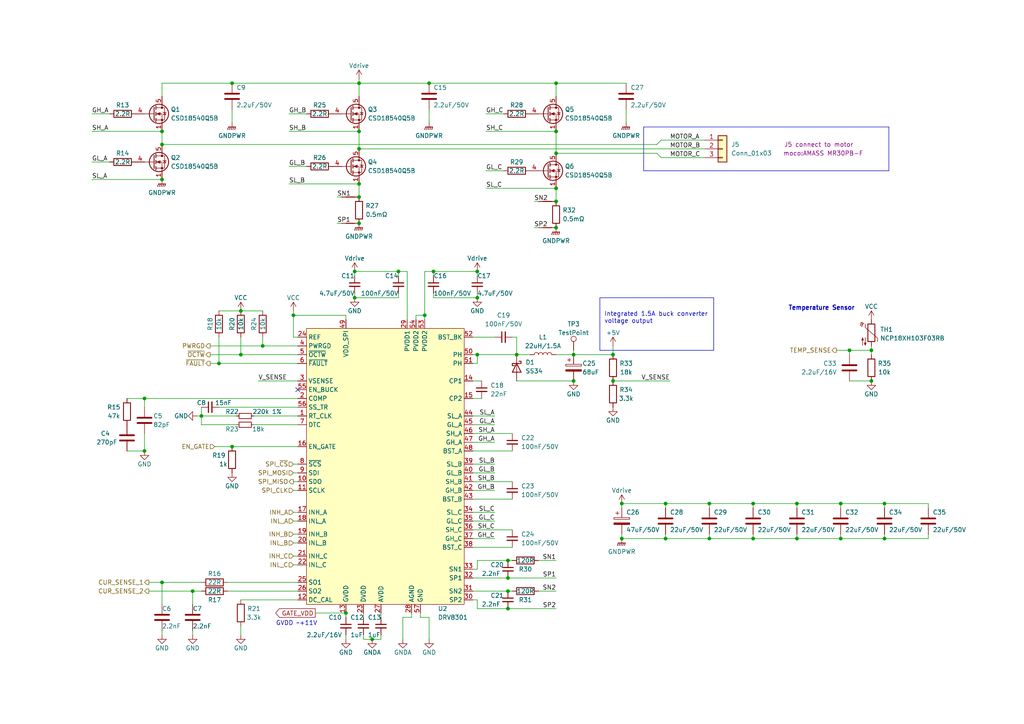
<source format=kicad_sch>
(kicad_sch (version 20230121) (generator eeschema)
  (paper "A4")
  (title_block (title "MoCo") (rev "1.0"))
  (junction (at 218.44 156.21))
  (junction (at 161.29 38.1))
  (junction (at 58.42 120.65))
  (junction (at 138.43 102.87))
  (junction (at 100.33 177.8))
  (junction (at 149.86 102.87))
  (junction (at 231.14 156.21))
  (junction (at 252.73 110.49))
  (junction (at 115.57 78.74))
  (junction (at 177.8 110.49))
  (junction (at 55.88 171.45))
  (junction (at 102.87 86.36))
  (junction (at 46.99 41.91))
  (junction (at 104.14 57.15))
  (junction (at 67.31 24.13))
  (junction (at 46.99 38.1))
  (junction (at 41.91 115.57))
  (junction (at 161.29 58.42))
  (junction (at 123.19 91.44))
  (junction (at 76.2 100.33))
  (junction (at 104.14 64.77))
  (junction (at 104.14 43.18))
  (junction (at 147.32 167.64))
  (junction (at 256.54 156.21))
  (junction (at 124.46 24.13))
  (junction (at 166.37 102.87))
  (junction (at 193.04 156.21))
  (junction (at 125.73 78.74))
  (junction (at 138.43 78.74))
  (junction (at 161.29 24.13))
  (junction (at 161.29 44.45))
  (junction (at 41.91 130.81))
  (junction (at 177.8 102.87))
  (junction (at 147.32 171.45))
  (junction (at 46.99 168.91))
  (junction (at 85.09 91.44))
  (junction (at 166.37 110.49))
  (junction (at 161.29 66.04))
  (junction (at 102.87 78.74))
  (junction (at 161.29 54.61))
  (junction (at 104.14 38.1))
  (junction (at 243.84 146.05))
  (junction (at 138.43 86.36))
  (junction (at 69.85 102.87))
  (junction (at 231.14 146.05))
  (junction (at 218.44 146.05))
  (junction (at 69.85 90.17))
  (junction (at 147.32 176.53))
  (junction (at 67.31 129.54))
  (junction (at 107.95 185.42))
  (junction (at 104.14 53.34))
  (junction (at 243.84 156.21))
  (junction (at 63.5 105.41))
  (junction (at 205.74 146.05))
  (junction (at 180.34 146.05))
  (junction (at 104.14 24.13))
  (junction (at 252.73 101.6))
  (junction (at 46.99 52.07))
  (junction (at 193.04 146.05))
  (junction (at 205.74 156.21))
  (junction (at 246.38 101.6))
  (junction (at 180.34 156.21))
  (junction (at 147.32 162.56))
  (junction (at 256.54 146.05))
  (no_connect (at 86.36 113.03))
  (wire (pts (xy 85.09 161.29) (xy 86.36 161.29)))
  (wire (pts (xy 46.99 38.1) (xy 46.99 41.91)))
  (wire (pts (xy 105.41 185.42) (xy 107.95 185.42)))
  (wire (pts (xy 149.86 97.79) (xy 149.86 102.87)))
  (wire (pts (xy 69.85 173.99) (xy 86.36 173.99)))
  (wire (pts (xy 63.5 97.79) (xy 63.5 105.41)))
  (wire (pts (xy 58.42 118.11) (xy 58.42 120.65)))
  (wire (pts (xy 246.38 101.6) (xy 246.38 102.87)))
  (wire (pts (xy 85.09 91.44) (xy 100.33 91.44)))
  (wire (pts (xy 116.84 179.07) (xy 116.84 185.42)))
  (wire (pts (xy 243.84 146.05) (xy 243.84 147.32)))
  (wire (pts (xy 124.46 179.07) (xy 124.46 185.42)))
  (wire (pts (xy 124.46 24.13) (xy 161.29 24.13)))
  (wire (pts (xy 137.16 105.41) (xy 138.43 105.41)))
  (wire (pts (xy 73.66 120.65) (xy 86.36 120.65)))
  (wire (pts (xy 43.18 171.45) (xy 55.88 171.45)))
  (wire (pts (xy 231.14 154.94) (xy 231.14 156.21)))
  (wire (pts (xy 138.43 165.1) (xy 138.43 162.56)))
  (wire (pts (xy 137.16 167.64) (xy 147.32 167.64)))
  (wire (pts (xy 102.87 80.01) (xy 102.87 78.74)))
  (wire (pts (xy 123.19 91.44) (xy 123.19 92.71)))
  (wire (pts (xy 85.09 148.59) (xy 86.36 148.59)))
  (wire (pts (xy 85.09 139.7) (xy 86.36 139.7)))
  (wire (pts (xy 55.88 184.15) (xy 55.88 182.88)))
  (wire (pts (xy 256.54 146.05) (xy 256.54 147.32)))
  (polyline (pts (xy 207.01 101.6) (xy 173.99 101.6)))
  (wire (pts (xy 143.51 137.16) (xy 137.16 137.16)))
  (wire (pts (xy 269.24 156.21) (xy 269.24 154.94)))
  (wire (pts (xy 218.44 156.21) (xy 218.44 154.94)))
  (wire (pts (xy 85.09 91.44) (xy 85.09 97.79)))
  (wire (pts (xy 76.2 97.79) (xy 76.2 100.33)))
  (wire (pts (xy 137.16 173.99) (xy 138.43 173.99)))
  (wire (pts (xy 231.14 156.21) (xy 218.44 156.21)))
  (wire (pts (xy 115.57 86.36) (xy 115.57 85.09)))
  (wire (pts (xy 85.09 163.83) (xy 86.36 163.83)))
  (wire (pts (xy 118.11 78.74) (xy 115.57 78.74)))
  (wire (pts (xy 46.99 41.91) (xy 190.5 41.91)))
  (wire (pts (xy 147.32 162.56) (xy 148.59 162.56)))
  (wire (pts (xy 256.54 146.05) (xy 269.24 146.05)))
  (wire (pts (xy 252.73 101.6) (xy 252.73 100.33)))
  (wire (pts (xy 41.91 130.81) (xy 41.91 125.73)))
  (wire (pts (xy 83.82 33.02) (xy 88.9 33.02)))
  (wire (pts (xy 115.57 86.36) (xy 102.87 86.36)))
  (wire (pts (xy 104.14 38.1) (xy 104.14 43.18)))
  (wire (pts (xy 143.51 123.19) (xy 137.16 123.19)))
  (wire (pts (xy 231.14 146.05) (xy 243.84 146.05)))
  (wire (pts (xy 125.73 86.36) (xy 138.43 86.36)))
  (wire (pts (xy 149.86 102.87) (xy 153.67 102.87)))
  (wire (pts (xy 41.91 115.57) (xy 86.36 115.57)))
  (wire (pts (xy 120.65 91.44) (xy 123.19 91.44)))
  (wire (pts (xy 140.97 38.1) (xy 161.29 38.1)))
  (polyline (pts (xy 257.81 49.53) (xy 257.81 36.83)))
  (wire (pts (xy 246.38 101.6) (xy 252.73 101.6)))
  (polyline (pts (xy 173.99 86.36) (xy 173.99 101.6)))
  (wire (pts (xy 193.04 156.21) (xy 205.74 156.21)))
  (wire (pts (xy 104.14 24.13) (xy 124.46 24.13)))
  (wire (pts (xy 123.19 78.74) (xy 125.73 78.74)))
  (wire (pts (xy 121.92 179.07) (xy 124.46 179.07)))
  (wire (pts (xy 125.73 86.36) (xy 125.73 85.09)))
  (wire (pts (xy 69.85 90.17) (xy 76.2 90.17)))
  (wire (pts (xy 177.8 100.33) (xy 177.8 102.87)))
  (wire (pts (xy 205.74 156.21) (xy 218.44 156.21)))
  (wire (pts (xy 137.16 102.87) (xy 138.43 102.87)))
  (wire (pts (xy 161.29 24.13) (xy 181.61 24.13)))
  (wire (pts (xy 66.04 168.91) (xy 86.36 168.91)))
  (wire (pts (xy 181.61 35.56) (xy 181.61 31.75)))
  (wire (pts (xy 137.16 97.79) (xy 143.51 97.79)))
  (wire (pts (xy 63.5 105.41) (xy 86.36 105.41)))
  (wire (pts (xy 190.5 44.45) (xy 191.77 45.72)))
  (wire (pts (xy 104.14 53.34) (xy 104.14 57.15)))
  (wire (pts (xy 205.74 146.05) (xy 205.74 147.32)))
  (wire (pts (xy 105.41 185.42) (xy 105.41 184.15)))
  (wire (pts (xy 243.84 156.21) (xy 231.14 156.21)))
  (wire (pts (xy 161.29 102.87) (xy 166.37 102.87)))
  (wire (pts (xy 100.33 185.42) (xy 100.33 184.15)))
  (wire (pts (xy 138.43 176.53) (xy 147.32 176.53)))
  (wire (pts (xy 180.34 146.05) (xy 193.04 146.05)))
  (wire (pts (xy 85.09 90.17) (xy 85.09 91.44)))
  (wire (pts (xy 97.79 57.15) (xy 99.06 57.15)))
  (wire (pts (xy 67.31 129.54) (xy 86.36 129.54)))
  (wire (pts (xy 102.87 85.09) (xy 102.87 86.36)))
  (wire (pts (xy 26.67 46.99) (xy 31.75 46.99)))
  (wire (pts (xy 67.31 35.56) (xy 67.31 31.75)))
  (wire (pts (xy 191.77 45.72) (xy 204.47 45.72)))
  (wire (pts (xy 97.79 64.77) (xy 99.06 64.77)))
  (wire (pts (xy 137.16 153.67) (xy 148.59 153.67)))
  (wire (pts (xy 161.29 44.45) (xy 190.5 44.45)))
  (wire (pts (xy 46.99 168.91) (xy 58.42 168.91)))
  (wire (pts (xy 105.41 179.07) (xy 105.41 177.8)))
  (wire (pts (xy 140.97 54.61) (xy 161.29 54.61)))
  (wire (pts (xy 161.29 176.53) (xy 147.32 176.53)))
  (wire (pts (xy 243.84 154.94) (xy 243.84 156.21)))
  (wire (pts (xy 62.23 129.54) (xy 67.31 129.54)))
  (wire (pts (xy 121.92 177.8) (xy 121.92 179.07)))
  (wire (pts (xy 100.33 91.44) (xy 100.33 92.71)))
  (wire (pts (xy 43.18 168.91) (xy 46.99 168.91)))
  (wire (pts (xy 243.84 156.21) (xy 256.54 156.21)))
  (wire (pts (xy 58.42 120.65) (xy 58.42 123.19)))
  (wire (pts (xy 156.21 162.56) (xy 161.29 162.56)))
  (wire (pts (xy 66.04 171.45) (xy 86.36 171.45)))
  (wire (pts (xy 148.59 144.78) (xy 137.16 144.78)))
  (polyline (pts (xy 186.69 36.83) (xy 186.69 49.53)))
  (wire (pts (xy 166.37 102.87) (xy 177.8 102.87)))
  (wire (pts (xy 104.14 43.18) (xy 204.47 43.18)))
  (wire (pts (xy 161.29 38.1) (xy 161.29 44.45)))
  (wire (pts (xy 60.96 102.87) (xy 69.85 102.87)))
  (wire (pts (xy 193.04 154.94) (xy 193.04 156.21)))
  (wire (pts (xy 161.29 24.13) (xy 161.29 27.94)))
  (wire (pts (xy 125.73 78.74) (xy 138.43 78.74)))
  (wire (pts (xy 69.85 102.87) (xy 86.36 102.87)))
  (wire (pts (xy 180.34 156.21) (xy 193.04 156.21)))
  (wire (pts (xy 143.51 156.21) (xy 137.16 156.21)))
  (wire (pts (xy 85.09 134.62) (xy 86.36 134.62)))
  (wire (pts (xy 76.2 100.33) (xy 86.36 100.33)))
  (wire (pts (xy 73.66 123.19) (xy 86.36 123.19)))
  (wire (pts (xy 256.54 154.94) (xy 256.54 156.21)))
  (wire (pts (xy 143.51 128.27) (xy 137.16 128.27)))
  (wire (pts (xy 138.43 162.56) (xy 147.32 162.56)))
  (wire (pts (xy 60.96 105.41) (xy 63.5 105.41)))
  (wire (pts (xy 104.14 24.13) (xy 104.14 27.94)))
  (wire (pts (xy 231.14 146.05) (xy 231.14 147.32)))
  (wire (pts (xy 143.51 134.62) (xy 137.16 134.62)))
  (wire (pts (xy 83.82 48.26) (xy 88.9 48.26)))
  (wire (pts (xy 190.5 41.91) (xy 191.77 40.64)))
  (wire (pts (xy 180.34 154.94) (xy 180.34 156.21)))
  (wire (pts (xy 107.95 185.42) (xy 110.49 185.42)))
  (wire (pts (xy 85.09 137.16) (xy 86.36 137.16)))
  (wire (pts (xy 69.85 97.79) (xy 69.85 102.87)))
  (polyline (pts (xy 186.69 36.83) (xy 257.81 36.83)))
  (wire (pts (xy 137.16 171.45) (xy 147.32 171.45)))
  (wire (pts (xy 119.38 179.07) (xy 116.84 179.07)))
  (wire (pts (xy 143.51 148.59) (xy 137.16 148.59)))
  (wire (pts (xy 161.29 171.45) (xy 156.21 171.45)))
  (wire (pts (xy 143.51 151.13) (xy 137.16 151.13)))
  (wire (pts (xy 60.96 100.33) (xy 76.2 100.33)))
  (wire (pts (xy 46.99 184.15) (xy 46.99 182.88)))
  (wire (pts (xy 218.44 146.05) (xy 231.14 146.05)))
  (wire (pts (xy 147.32 171.45) (xy 148.59 171.45)))
  (wire (pts (xy 110.49 179.07) (xy 110.49 177.8)))
  (wire (pts (xy 85.09 151.13) (xy 86.36 151.13)))
  (wire (pts (xy 58.42 123.19) (xy 68.58 123.19)))
  (wire (pts (xy 36.83 115.57) (xy 41.91 115.57)))
  (wire (pts (xy 85.09 142.24) (xy 86.36 142.24)))
  (wire (pts (xy 205.74 146.05) (xy 218.44 146.05)))
  (wire (pts (xy 46.99 24.13) (xy 46.99 27.94)))
  (wire (pts (xy 193.04 146.05) (xy 205.74 146.05)))
  (wire (pts (xy 246.38 110.49) (xy 252.73 110.49)))
  (wire (pts (xy 218.44 146.05) (xy 218.44 147.32)))
  (wire (pts (xy 91.44 177.8) (xy 100.33 177.8)))
  (wire (pts (xy 193.04 146.05) (xy 193.04 147.32)))
  (wire (pts (xy 138.43 165.1) (xy 137.16 165.1)))
  (wire (pts (xy 119.38 179.07) (xy 119.38 177.8)))
  (wire (pts (xy 55.88 175.26) (xy 55.88 171.45)))
  (wire (pts (xy 26.67 38.1) (xy 46.99 38.1)))
  (wire (pts (xy 143.51 120.65) (xy 137.16 120.65)))
  (wire (pts (xy 118.11 78.74) (xy 118.11 92.71)))
  (wire (pts (xy 148.59 158.75) (xy 137.16 158.75)))
  (wire (pts (xy 85.09 154.94) (xy 86.36 154.94)))
  (wire (pts (xy 243.84 146.05) (xy 256.54 146.05)))
  (wire (pts (xy 138.43 85.09) (xy 138.43 86.36)))
  (wire (pts (xy 140.97 49.53) (xy 146.05 49.53)))
  (polyline (pts (xy 207.01 86.36) (xy 207.01 101.6)))
  (wire (pts (xy 154.94 66.04) (xy 156.21 66.04)))
  (wire (pts (xy 252.73 101.6) (xy 252.73 102.87)))
  (wire (pts (xy 58.42 120.65) (xy 68.58 120.65)))
  (wire (pts (xy 148.59 97.79) (xy 149.86 97.79)))
  (wire (pts (xy 74.93 110.49) (xy 86.36 110.49)))
  (wire (pts (xy 41.91 130.81) (xy 36.83 130.81)))
  (wire (pts (xy 138.43 80.01) (xy 138.43 78.74)))
  (wire (pts (xy 148.59 130.81) (xy 137.16 130.81)))
  (wire (pts (xy 124.46 35.56) (xy 124.46 31.75)))
  (wire (pts (xy 115.57 78.74) (xy 115.57 80.01)))
  (wire (pts (xy 269.24 147.32) (xy 269.24 146.05)))
  (wire (pts (xy 242.57 101.6) (xy 246.38 101.6)))
  (wire (pts (xy 149.86 110.49) (xy 166.37 110.49)))
  (wire (pts (xy 256.54 156.21) (xy 269.24 156.21)))
  (wire (pts (xy 46.99 175.26) (xy 46.99 168.91)))
  (wire (pts (xy 191.77 40.64) (xy 204.47 40.64)))
  (wire (pts (xy 26.67 52.07) (xy 46.99 52.07)))
  (wire (pts (xy 55.88 171.45) (xy 58.42 171.45)))
  (wire (pts (xy 194.31 110.49) (xy 177.8 110.49)))
  (wire (pts (xy 120.65 92.71) (xy 120.65 91.44)))
  (wire (pts (xy 46.99 24.13) (xy 67.31 24.13)))
  (wire (pts (xy 143.51 142.24) (xy 137.16 142.24)))
  (wire (pts (xy 140.97 33.02) (xy 146.05 33.02)))
  (wire (pts (xy 100.33 179.07) (xy 100.33 177.8)))
  (wire (pts (xy 137.16 139.7) (xy 148.59 139.7)))
  (wire (pts (xy 67.31 24.13) (xy 104.14 24.13)))
  (wire (pts (xy 161.29 54.61) (xy 161.29 58.42)))
  (wire (pts (xy 139.7 115.57) (xy 137.16 115.57)))
  (wire (pts (xy 110.49 185.42) (xy 110.49 184.15)))
  (polyline (pts (xy 186.69 49.53) (xy 257.81 49.53)))
  (wire (pts (xy 41.91 118.11) (xy 41.91 115.57)))
  (wire (pts (xy 63.5 90.17) (xy 69.85 90.17)))
  (wire (pts (xy 139.7 110.49) (xy 137.16 110.49)))
  (wire (pts (xy 57.15 120.65) (xy 58.42 120.65)))
  (wire (pts (xy 83.82 53.34) (xy 104.14 53.34)))
  (wire (pts (xy 154.94 58.42) (xy 156.21 58.42)))
  (wire (pts (xy 138.43 173.99) (xy 138.43 176.53)))
  (wire (pts (xy 166.37 101.6) (xy 166.37 102.87)))
  (wire (pts (xy 138.43 102.87) (xy 149.86 102.87)))
  (wire (pts (xy 69.85 184.15) (xy 69.85 181.61)))
  (polyline (pts (xy 173.99 86.36) (xy 207.01 86.36)))
  (wire (pts (xy 63.5 118.11) (xy 86.36 118.11)))
  (wire (pts (xy 180.34 146.05) (xy 180.34 147.32)))
  (wire (pts (xy 205.74 156.21) (xy 205.74 154.94)))
  (wire (pts (xy 85.09 157.48) (xy 86.36 157.48)))
  (wire (pts (xy 104.14 22.86) (xy 104.14 24.13)))
  (wire (pts (xy 115.57 78.74) (xy 102.87 78.74)))
  (wire (pts (xy 125.73 78.74) (xy 125.73 80.01)))
  (wire (pts (xy 85.09 97.79) (xy 86.36 97.79)))
  (wire (pts (xy 138.43 102.87) (xy 138.43 105.41)))
  (wire (pts (xy 123.19 91.44) (xy 123.19 78.74)))
  (wire (pts (xy 83.82 38.1) (xy 104.14 38.1)))
  (wire (pts (xy 137.16 125.73) (xy 148.59 125.73)))
  (wire (pts (xy 26.67 33.02) (xy 31.75 33.02)))
  (wire (pts (xy 147.32 167.64) (xy 161.29 167.64)))
  (text "Integrated 1.5A buck converter\nvoltage output" (at 175.26 93.98 0) (effects (font (size 1.27 1.27)) (justify left bottom)))
  (text "Temperature Sensor" (at 228.6 90.17 0) (effects (font (size 1.27 1.27) (thickness 0.254) bold) (justify left bottom)))
  (text "GVDD ~+11V" (at 80.01 181.61 0) (effects (font (size 1.27 1.27)) (justify left bottom)))
  (label "GL_A" (at 143.51 123.19 180))
  (label "GL_C" (at 140.97 49.53 0))
  (label "SP2" (at 154.94 66.04 0))
  (label "SH_A" (at 143.51 125.73 180))
  (label "SP2" (at 161.29 176.53 180))
  (label "SH_C" (at 140.97 38.1 0))
  (label "SH_C" (at 143.51 153.67 180))
  (label "MOTOR_A" (at 194.31 40.64 0))
  (label "MOTOR_B" (at 194.31 43.18 0))
  (label "SH_A" (at 26.67 38.1 0))
  (label "GL_B" (at 83.82 48.26 0))
  (label "SH_B" (at 83.82 38.1 0))
  (label "SL_C" (at 140.97 54.61 0))
  (label "GL_B" (at 143.51 137.16 180))
  (label "GH_A" (at 143.51 128.27 180))
  (label "SL_C" (at 143.51 148.59 180))
  (label "V_SENSE" (at 194.31 110.49 180))
  (label "GH_B" (at 143.51 142.24 180))
  (label "V_SENSE" (at 74.93 110.49 0))
  (label "SL_A" (at 26.67 52.07 0))
  (label "GH_B" (at 83.82 33.02 0))
  (label "GL_A" (at 26.67 46.99 0))
  (label "SL_B" (at 143.51 134.62 180))
  (label "SL_B" (at 83.82 53.34 0))
  (label "SP1" (at 97.79 64.77 0))
  (label "SN2" (at 161.29 171.45 180))
  (label "SL_A" (at 143.51 120.65 180))
  (label "GH_A" (at 26.67 33.02 0))
  (label "SH_B" (at 143.51 139.7 180))
  (label "SN1" (at 161.29 162.56 180))
  (label "SN2" (at 154.94 58.42 0))
  (label "GH_C" (at 143.51 156.21 180))
  (label "GL_C" (at 143.51 151.13 180))
  (label "MOTOR_C" (at 194.31 45.72 0))
  (label "SP1" (at 161.29 167.64 180))
  (label "GH_C" (at 140.97 33.02 0))
  (label "SN1" (at 97.79 57.15 0))
  (global_label "GATE_VDD" (shape output) (at 91.44 177.8 180) (property "Intersheetrefs" "${INTERSHEET_REFS}" (effects hide)))
  (hierarchical_label "CUR_SENSE_2" (shape output) (at 43.18 171.45 180))
  (hierarchical_label "INH_B" (shape input) (at 85.09 154.94 180))
  (hierarchical_label "INH_C" (shape input) (at 85.09 161.29 180))
  (hierarchical_label "INL_B" (shape input) (at 85.09 157.48 180))
  (hierarchical_label "SPI_CLK" (shape input) (at 85.09 142.24 180))
  (hierarchical_label "EN_GATE" (shape input) (at 62.23 129.54 180))
  (hierarchical_label "INL_C" (shape input) (at 85.09 163.83 180))
  (hierarchical_label "INL_A" (shape input) (at 85.09 151.13 180))
  (hierarchical_label "~{FAULT}" (shape output) (at 60.96 105.41 180))
  (hierarchical_label "SPI_MISO" (shape output) (at 85.09 139.7 180))
  (hierarchical_label "PWRGD" (shape output) (at 60.96 100.33 180))
  (hierarchical_label "SPI_MOSI" (shape input) (at 85.09 137.16 180))
  (hierarchical_label "TEMP_SENSE" (shape output) (at 242.57 101.6 180))
  (hierarchical_label "SPI_~{CS}" (shape input) (at 85.09 134.62 180))
  (hierarchical_label "~{OCTW}" (shape output) (at 60.96 102.87 180))
  (hierarchical_label "CUR_SENSE_1" (shape output) (at 43.18 168.91 180))
  (hierarchical_label "INH_A" (shape input) (at 85.09 148.59 180))
  (symbol (lib_id "power:VCC") (at 69.85 90.17 0) (unit 1)
    (property "Reference" "#PWR034" (effects hide))
    (property "Value" "VCC" (at 69.85 86.36 0))
  )
  (symbol (lib_id "Device:R") (at 252.73 106.68 180) (unit 1)
    (property "Reference" "R35" (at 256.54 105.41 0))
    (property "Value" "10k" (at 256.54 107.95 0))
    (property "Footprint" "Resistor_SMD:R_0402_1005Metric" (effects hide))
    (property "JLCPCB Part #" "C25744" (effects hide))
    (property "MFR.Part #" "0402WGF1002TCE" (effects hide))
    (property "Basic Part" "Y" (effects hide))
  )
  (symbol (lib_id "Device:C") (at 231.14 151.13 0) (unit 1)
    (property "Reference" "C31" (at 232.41 148.59 0) (effects (justify left)))
    (property "Value" "22uF/50V" (at 232.41 153.67 0) (effects (justify left)))
    (property "Footprint" "Capacitor_SMD:C_1210_3225Metric_Pad1.33x2.70mm_HandSolder" (effects hide))
    (property "Basic Part" "Y" (effects hide))
  )
  (symbol (lib_id "Connector_Generic:Conn_01x03") (at 209.55 43.18 0) (unit 1)
    (property "Reference" "J5" (at 212.09 41.9099 0) (effects (justify left)))
    (property "Value" "Conn_01x03" (at 212.09 44.4499 0) (effects (justify left)))
    (property "Footprint" "moco:AMASS MR30PB-F" (at 238.76 44.45 0))
    (property "Note" "${REFERENCE} connect to motor" (at 237.49 41.91 0))
    (property "MFR.Part #" "MR30PB-F" (effects hide))
    (property "Basic Part" "N" (effects hide))
    (instances (project "moco-s" (path "" (reference "J5") (unit 1))) (project "" (path "" (reference "J?") (unit 1))))
  )
  (symbol (lib_id "power:GND") (at 46.99 184.15 0) (unit 1)
    (property "Reference" "#PWR029" (effects hide))
    (property "Value" "GND" (at 46.99 187.96 0))
  )
  (symbol (lib_id "Device:C") (at 205.74 151.13 0) (unit 1)
    (property "Reference" "C29" (at 207.01 148.59 0) (effects (justify left)))
    (property "Value" "22uF/50V" (at 207.01 153.67 0) (effects (justify left)))
    (property "Footprint" "Capacitor_SMD:C_1210_3225Metric_Pad1.33x2.70mm_HandSolder" (effects hide))
    (property "Basic Part" "Y" (effects hide))
  )
  (symbol (lib_id "power:GND") (at 69.85 184.15 0) (unit 1)
    (property "Reference" "#PWR035" (effects hide))
    (property "Value" "GND" (at 69.85 187.96 0))
  )
  (symbol (lib_id "power:GND") (at 57.15 120.65 270) (unit 1)
    (property "Reference" "#PWR031" (effects hide))
    (property "Value" "GND" (at 54.61 120.65 90) (effects (justify right)))
  )
  (symbol (lib_id "power:GNDPWR") (at 161.29 66.04 0) (unit 1)
    (property "Reference" "#PWR048" (effects hide))
    (property "Value" "GNDPWR" (at 161.29 69.85 0))
  )
  (symbol (lib_id "power:Vdrive") (at 138.43 78.74 0) (unit 1)
    (property "Reference" "#PWR046" (effects hide))
    (property "Value" "Vdrive" (at 138.43 74.93 0))
  )
  (symbol (lib_id "power:GNDPWR") (at 124.46 35.56 0) (unit 1)
    (property "Reference" "#PWR044" (effects hide))
    (property "Value" "GNDPWR" (at 124.46 39.37 0))
  )
  (symbol (lib_id "Device:C_Small") (at 146.05 97.79 90) (unit 1)
    (property "Reference" "C19" (at 146.0563 91.44 90))
    (property "Value" "100nF/50V" (at 146.0563 93.98 90))
    (property "Footprint" "Capacitor_SMD:C_0603_1608Metric" (effects hide))
    (property "JLCPCB Part #" "C14663" (effects hide))
    (property "MFR.Part #" "CC0603KRX7R9BB104" (effects hide))
    (property "Basic Part" "Y" (effects hide))
  )
  (symbol (lib_id "power:+5V") (at 177.8 100.33 0) (unit 1)
    (property "Reference" "#PWR050" (effects hide))
    (property "Value" "+5V" (at 177.8 96.52 0))
  )
  (symbol (lib_id "Device:L") (at 157.48 102.87 90) (unit 1)
    (property "Reference" "L1" (at 157.48 97.79 90))
    (property "Value" "22uH/1.5A" (at 157.48 100.33 90))
    (property "Footprint" "Inductor_SMD:L_Bourns-SRN8040_8x8.15mm" (effects hide))
    (property "JLCPCB Part #" "C354640" (effects hide))
    (property "MFR.Part #" "CKCS8040-22uH/M" (effects hide))
    (property "Basic Part" "N" (effects hide))
  )
  (symbol (lib_id "Device:R") (at 69.85 177.8 180) (unit 1)
    (property "Reference" "R21" (at 73.66 176.53 0))
    (property "Value" "3.3k" (at 73.66 179.07 0))
    (property "Footprint" "Resistor_SMD:R_0402_1005Metric" (effects hide))
    (property "JLCPCB Part #" "C25890" (effects hide))
    (property "MFR.Part #" "0402WGF3301TCE" (effects hide))
    (property "Basic Part" "Y" (effects hide))
  )
  (symbol (lib_id "Device:C_Small") (at 102.87 82.55 0) (mirror y) (unit 1)
    (property "Reference" "C11" (at 102.87 80.01 0) (effects (justify left)))
    (property "Value" "4.7uF/50V" (at 102.87 85.09 0) (effects (justify left)))
    (property "Footprint" "Capacitor_SMD:C_1206_3216Metric" (effects hide))
    (property "JLCPCB Part #" "C29823" (effects hide))
    (property "MFR.Part #" "1206B475K500NT" (effects hide))
    (property "Basic Part" "Y" (effects hide))
  )
  (symbol (lib_id "Device:R") (at 69.85 93.98 180) (unit 1)
    (property "Reference" "R20" (at 67.31 93.98 90))
    (property "Value" "10k" (at 69.85 93.98 90))
    (property "Footprint" "Resistor_SMD:R_0402_1005Metric" (effects hide))
    (property "JLCPCB Part #" "C25744" (effects hide))
    (property "MFR.Part #" "0402WGF1002TCE" (effects hide))
    (property "Basic Part" "Y" (effects hide))
  )
  (symbol (lib_id "Device:C_Small") (at 105.41 181.61 0) (unit 1)
    (property "Reference" "C12" (at 101.6 179.07 0) (effects (justify left)))
    (property "Value" "1uF" (at 101.6 184.15 0) (effects (justify left)))
    (property "Footprint" "Capacitor_SMD:C_0402_1005Metric" (effects hide))
    (property "JLCPCB Part #" "C52923" (effects hide))
    (property "MFR.Part #" "CL05A105KA5NQNC" (effects hide))
    (property "Basic Part" "Y" (effects hide))
  )
  (symbol (lib_id "power:Vdrive") (at 180.34 146.05 0) (unit 1)
    (property "Reference" "#PWR052" (effects hide))
    (property "Value" "Vdrive" (at 180.34 142.24 0))
  )
  (symbol (lib_id "Device:R") (at 177.8 106.68 180) (unit 1)
    (property "Reference" "R33" (at 181.61 105.41 0))
    (property "Value" "18k" (at 181.61 107.95 0))
    (property "Footprint" "Resistor_SMD:R_0402_1005Metric" (effects hide))
    (property "JLCPCB Part #" "C25762" (effects hide))
    (property "MFR.Part #" "0402WGF1802TCE" (effects hide))
    (property "Basic Part" "Y" (effects hide))
  )
  (symbol (lib_id "Connector:TestPoint") (at 166.37 101.6 0) (unit 1) (in_bom no)
    (property "Reference" "TP3" (at 166.37 93.98 0))
    (property "Value" "TestPoint" (at 166.37 96.52 0))
    (property "Footprint" "TestPoint:TestPoint_Pad_D2.0mm" (effects hide))
  )
  (symbol (lib_id "Device:C") (at 67.31 27.94 0) (unit 1)
    (property "Reference" "C9" (at 68.58 25.4 0) (effects (justify left)))
    (property "Value" "2.2uF/50V" (at 68.58 30.48 0) (effects (justify left)))
    (property "Footprint" "Capacitor_SMD:C_1206_3216Metric" (effects hide))
    (property "JLCPCB Part #" "C50254" (effects hide))
    (property "MFR.Part #" "CL31B225KBHNNNE" (effects hide))
    (property "Basic Part" "Y" (effects hide))
  )
  (symbol (lib_id "power:GND") (at 252.73 110.49 0) (unit 1)
    (property "Reference" "#PWR056" (effects hide))
    (property "Value" "GND" (at 252.73 114.3 0))
  )
  (symbol (lib_id "Device:R") (at 92.71 48.26 270) (unit 1)
    (property "Reference" "R26" (at 92.71 45.72 90))
    (property "Value" "2.2R" (at 92.71 48.26 90))
    (property "Footprint" "Resistor_SMD:R_0603_1608Metric" (effects hide))
    (property "JLCPCB Part #" "C22939" (effects hide))
    (property "MFR.Part #" "0603WAF220KT5E" (effects hide))
    (property "Basic Part" "Y" (effects hide))
  )
  (symbol (lib_id "power:GNDPWR") (at 180.34 156.21 0) (unit 1)
    (property "Reference" "#PWR053" (effects hide))
    (property "Value" "GNDPWR" (at 180.34 160.02 0))
  )
  (symbol (lib_id "Device:C") (at 218.44 151.13 0) (unit 1)
    (property "Reference" "C30" (at 219.71 148.59 0) (effects (justify left)))
    (property "Value" "22uF/50V" (at 219.71 153.67 0) (effects (justify left)))
    (property "Footprint" "Capacitor_SMD:C_1210_3225Metric_Pad1.33x2.70mm_HandSolder" (effects hide))
    (property "Basic Part" "Y" (effects hide))
  )
  (symbol (lib_id "Device:R") (at 63.5 93.98 180) (unit 1)
    (property "Reference" "R18" (at 60.96 93.98 90))
    (property "Value" "10k" (at 63.5 93.98 90))
    (property "Footprint" "Resistor_SMD:R_0402_1005Metric" (effects hide))
    (property "JLCPCB Part #" "C25744" (effects hide))
    (property "MFR.Part #" "0402WGF1002TCE" (effects hide))
    (property "Basic Part" "Y" (effects hide))
  )
  (symbol (lib_id "power:GND") (at 41.91 130.81 0) (unit 1)
    (property "Reference" "#PWR027" (effects hide))
    (property "Value" "GND" (at 41.91 134.62 0))
  )
  (symbol (lib_id "power:GNDA") (at 107.95 185.42 0) (unit 1)
    (property "Reference" "#PWR042" (effects hide))
    (property "Value" "GNDA" (at 107.95 189.23 0))
  )
  (symbol (lib_id "Device:C") (at 256.54 151.13 0) (unit 1)
    (property "Reference" "C34" (at 257.81 148.59 0) (effects (justify left)))
    (property "Value" "22uF/50V" (at 257.81 153.67 0) (effects (justify left)))
    (property "Footprint" "Capacitor_SMD:C_1210_3225Metric_Pad1.33x2.70mm_HandSolder" (effects hide))
    (property "Basic Part" "Y" (effects hide))
  )
  (symbol (lib_id "Device:C_Small") (at 138.43 82.55 0) (unit 1)
    (property "Reference" "C17" (at 138.43 80.01 0) (effects (justify left)))
    (property "Value" "4.7uF/50V" (at 138.43 85.09 0) (effects (justify left)))
    (property "Footprint" "Capacitor_SMD:C_1206_3216Metric" (effects hide))
    (property "JLCPCB Part #" "C29823" (effects hide))
    (property "MFR.Part #" "1206B475K500NT" (effects hide))
    (property "Basic Part" "Y" (effects hide))
  )
  (symbol (lib_id "Device:C") (at 124.46 27.94 0) (unit 1)
    (property "Reference" "C15" (at 125.73 25.4 0) (effects (justify left)))
    (property "Value" "2.2uF/50V" (at 125.73 30.48 0) (effects (justify left)))
    (property "Footprint" "Capacitor_SMD:C_1206_3216Metric" (effects hide))
    (property "JLCPCB Part #" "C50254" (effects hide))
    (property "MFR.Part #" "CL31B225KBHNNNE" (effects hide))
    (property "Basic Part" "Y" (effects hide))
  )
  (symbol (lib_id "Device:R_Small") (at 71.12 120.65 90) (unit 1)
    (property "Reference" "R22" (at 67.31 119.38 90))
    (property "Value" "220k 1%" (at 77.47 119.38 90))
    (property "Footprint" "Resistor_SMD:R_0402_1005Metric" (effects hide))
    (property "JLCPCB Part #" "C25767" (effects hide))
    (property "MFR.Part #" "0402WGF2203TCE" (effects hide))
    (property "Basic Part" "Y" (effects hide))
  )
  (symbol (lib_id "Device:C_Small") (at 147.32 173.99 0) (unit 1)
    (property "Reference" "C21" (at 142.24 172.72 0) (effects (justify left)))
    (property "Value" "2.2nF" (at 139.7 175.26 0) (effects (justify left)))
    (property "Footprint" "Capacitor_SMD:C_0603_1608Metric" (effects hide))
    (property "JLCPCB Part #" "C1604" (effects hide))
    (property "MFR.Part #" "0603B222K500NT" (effects hide))
    (property "Basic Part" "Y" (effects hide))
  )
  (symbol (lib_id "Diode:MBR340") (at 149.86 106.68 270) (unit 1)
    (property "Reference" "D1" (at 152.4 105.0924 90) (effects (justify left)))
    (property "Value" "SS34" (at 152.4 107.6324 90) (effects (justify left)))
    (property "Footprint" "Diode_SMD:D_SMA" (effects hide))
    (property "JLCPCB Part #" "C8678" (effects hide))
    (property "MFR.Part #" "SS34" (effects hide))
    (property "Basic Part" "Y" (effects hide))
  )
  (symbol (lib_id "power:Vdrive") (at 104.14 22.86 0) (unit 1)
    (property "Reference" "#PWR040" (effects hide))
    (property "Value" "Vdrive" (at 104.14 19.05 0))
  )
  (symbol (lib_id "Device:C_Small") (at 148.59 128.27 0) (unit 1)
    (property "Reference" "C22" (at 151.13 127.0062 0) (effects (justify left)))
    (property "Value" "100nF/50V" (at 151.13 129.5462 0) (effects (justify left)))
    (property "Footprint" "Capacitor_SMD:C_0603_1608Metric" (effects hide))
    (property "JLCPCB Part #" "C14663" (effects hide))
    (property "MFR.Part #" "CC0603KRX7R9BB104" (effects hide))
    (property "Basic Part" "Y" (effects hide))
  )
  (symbol (lib_id "power:GND") (at 102.87 86.36 0) (mirror y) (unit 1)
    (property "Reference" "#PWR039" (effects hide))
    (property "Value" "GND" (at 102.87 90.17 0))
  )
  (symbol (lib_id "power:GND") (at 55.88 184.15 0) (unit 1)
    (property "Reference" "#PWR030" (effects hide))
    (property "Value" "GND" (at 55.88 187.96 0))
  )
  (symbol (lib_id "Device:C_Small") (at 115.57 82.55 0) (mirror y) (unit 1)
    (property "Reference" "C14" (at 115.57 80.01 0) (effects (justify left)))
    (property "Value" "100nF/50V" (at 115.57 85.09 0) (effects (justify left)))
    (property "Footprint" "Capacitor_SMD:C_0603_1608Metric" (effects hide))
    (property "JLCPCB Part #" "C14663" (effects hide))
    (property "MFR.Part #" "CC0603KRX7R9BB104" (effects hide))
    (property "Basic Part" "Y" (effects hide))
  )
  (symbol (lib_id "Device:R") (at 152.4 171.45 90) (unit 1)
    (property "Reference" "R31" (at 152.4 173.99 90))
    (property "Value" "120R" (at 152.4 171.45 90))
    (property "Footprint" "Resistor_SMD:R_0402_1005Metric" (effects hide))
    (property "JLCPCB Part #" "C25079" (effects hide))
    (property "MFR.Part #" "0402WGF1200TCE" (effects hide))
    (property "Basic Part" "Y" (effects hide))
  )
  (symbol (lib_id "Device:C_Small") (at 110.49 181.61 0) (unit 1)
    (property "Reference" "C13" (at 106.68 179.07 0) (effects (justify left)))
    (property "Value" "1uF" (at 106.68 184.15 0) (effects (justify left)))
    (property "Footprint" "Capacitor_SMD:C_0402_1005Metric" (effects hide))
    (property "JLCPCB Part #" "C52923" (effects hide))
    (property "MFR.Part #" "CL05A105KA5NQNC" (effects hide))
    (property "Basic Part" "Y" (effects hide))
  )
  (symbol (lib_id "power:Vdrive") (at 102.87 78.74 0) (mirror y) (unit 1)
    (property "Reference" "#PWR038" (effects hide))
    (property "Value" "Vdrive" (at 102.87 74.93 0))
  )
  (symbol (lib_id "Transistor_FET:CSD18540Q5B") (at 101.6 33.02 0) (unit 1)
    (property "Reference" "Q3" (at 106.68 31.75 0) (effects (justify left)))
    (property "Value" "CSD18540Q5B" (at 106.68 34.29 0) (effects (justify left)))
    (property "Footprint" "Package_TO_SOT_SMD:TDSON-8-1" (effects hide))
    (property "Datasheet" "http://www.ti.com/lit/gpn/csd18540q5b" (effects hide))
    (property "JLCPCB Part #" "C86513" (effects hide))
    (property "MFR.Part #" "CSD18540Q5B" (effects hide))
    (property "Basic Part" "N" (effects hide))
  )
  (symbol (lib_id "power:GNDA") (at 116.84 185.42 0) (unit 1)
    (property "Reference" "#PWR043" (effects hide))
    (property "Value" "GNDA" (at 116.84 189.23 0))
  )
  (symbol (lib_id "Device:C") (at 41.91 121.92 0) (unit 1)
    (property "Reference" "C5" (at 44.45 120.65 0) (effects (justify left)))
    (property "Value" "82pF" (at 44.45 123.19 0) (effects (justify left)))
    (property "Footprint" "Capacitor_SMD:C_0402_1005Metric" (effects hide))
    (property "JLCPCB Part #" "C107011" (effects hide))
    (property "MFR.Part #" "CC0402JRNPO9BN820" (effects hide))
    (property "Basic Part" "N" (effects hide))
  )
  (symbol (lib_id "moco:DRV8301") (at 113.03 137.16 0) (unit 1)
    (property "Reference" "U2" (at 127 176.53 0) (effects (justify left)))
    (property "Value" "DRV8301" (at 127 179.07 0) (effects (justify left)))
    (property "Footprint" "Package_SO:HTSSOP-56-1EP_6.1x14mm_P0.5mm_EP3.61x6.35mm" (effects hide))
    (property "JLCPCB Part #" "C98969" (effects hide))
    (property "MFR.Part #" "DRV8301DCAR" (effects hide))
    (property "Basic Part" "N" (effects hide))
  )
  (symbol (lib_id "Transistor_FET:CSD18540Q5B") (at 158.75 33.02 0) (unit 1)
    (property "Reference" "Q5" (at 163.83 31.75 0) (effects (justify left)))
    (property "Value" "CSD18540Q5B" (at 163.83 34.29 0) (effects (justify left)))
    (property "Footprint" "Package_TO_SOT_SMD:TDSON-8-1" (effects hide))
    (property "Datasheet" "http://www.ti.com/lit/gpn/csd18540q5b" (effects hide))
    (property "JLCPCB Part #" "C86513" (effects hide))
    (property "MFR.Part #" "CSD18540Q5B" (effects hide))
    (property "Basic Part" "N" (effects hide))
  )
  (symbol (lib_id "Device:R_Small") (at 71.12 123.19 90) (unit 1)
    (property "Reference" "R23" (at 67.31 124.46 90))
    (property "Value" "18k" (at 74.93 124.46 90))
    (property "Footprint" "Resistor_SMD:R_0402_1005Metric" (effects hide))
    (property "JLCPCB Part #" "C25762" (effects hide))
    (property "MFR.Part #" "0402WGF1802TCE" (effects hide))
    (property "Basic Part" "Y" (effects hide))
  )
  (symbol (lib_id "Device:C") (at 246.38 106.68 0) (unit 1)
    (property "Reference" "C33" (at 238.76 105.41 0) (effects (justify left)))
    (property "Value" "2.2uF/16V" (at 232.41 107.95 0) (effects (justify left)))
    (property "Footprint" "Capacitor_SMD:C_0402_1005Metric" (effects hide))
    (property "JLCPCB Part #" "C501836" (effects hide))
    (property "MFR.Part #" "0402X225K160NT" (effects hide))
    (property "Basic Part" "N" (effects hide))
  )
  (symbol (lib_id "Device:C_Small") (at 147.32 165.1 0) (unit 1)
    (property "Reference" "C20" (at 142.24 163.83 0) (effects (justify left)))
    (property "Value" "2.2nF" (at 139.7 166.37 0) (effects (justify left)))
    (property "Footprint" "Capacitor_SMD:C_0603_1608Metric" (effects hide))
    (property "JLCPCB Part #" "C1604" (effects hide))
    (property "MFR.Part #" "0603B222K500NT" (effects hide))
    (property "Basic Part" "Y" (effects hide))
  )
  (symbol (lib_id "Transistor_FET:CSD18540Q5B") (at 158.75 49.53 0) (unit 1)
    (property "Reference" "Q6" (at 163.83 48.26 0) (effects (justify left)))
    (property "Value" "CSD18540Q5B" (at 163.83 50.8 0) (effects (justify left)))
    (property "Footprint" "Package_TO_SOT_SMD:TDSON-8-1" (effects hide))
    (property "Datasheet" "http://www.ti.com/lit/gpn/csd18540q5b" (effects hide))
    (property "JLCPCB Part #" "C86513" (effects hide))
    (property "MFR.Part #" "CSD18540Q5B" (effects hide))
    (property "Basic Part" "N" (effects hide))
  )
  (symbol (lib_id "Device:R") (at 161.29 62.23 0) (unit 1)
    (property "Reference" "R32" (at 165.1 60.96 0))
    (property "Value" "0.5mΩ" (at 166.37 63.5 0))
    (property "Footprint" "Resistor_SMD:R_2512_6332Metric" (effects hide))
    (property "JLCPCB Part #" "C469426" (effects hide))
    (property "MFR.Part #" "ASR-M-3-0.5F" (effects hide))
    (property "Basic Part" "N" (effects hide))
  )
  (symbol (lib_id "Device:C") (at 46.99 179.07 0) (unit 1)
    (property "Reference" "C6" (at 46.99 176.53 0) (effects (justify left)))
    (property "Value" "2.2nF" (at 46.99 181.61 0) (effects (justify left)))
    (property "Footprint" "Capacitor_SMD:C_0603_1608Metric" (effects hide))
    (property "JLCPCB Part #" "C1604" (effects hide))
    (property "MFR.Part #" "0603B222K500NT" (effects hide))
    (property "Basic Part" "Y" (effects hide))
  )
  (symbol (lib_id "Device:R") (at 35.56 46.99 270) (unit 1)
    (property "Reference" "R14" (at 35.56 44.45 90))
    (property "Value" "2.2R" (at 35.56 46.99 90))
    (property "Footprint" "Resistor_SMD:R_0603_1608Metric" (effects hide))
    (property "JLCPCB Part #" "C22939" (effects hide))
    (property "MFR.Part #" "0603WAF220KT5E" (effects hide))
    (property "Basic Part" "Y" (effects hide))
  )
  (symbol (lib_id "Device:R") (at 149.86 33.02 270) (unit 1)
    (property "Reference" "R28" (at 149.86 30.48 90))
    (property "Value" "2.2R" (at 149.86 33.02 90))
    (property "Footprint" "Resistor_SMD:R_0603_1608Metric" (effects hide))
    (property "JLCPCB Part #" "C22939" (effects hide))
    (property "MFR.Part #" "0603WAF220KT5E" (effects hide))
    (property "Basic Part" "Y" (effects hide))
  )
  (symbol (lib_id "power:GND") (at 124.46 185.42 0) (unit 1)
    (property "Reference" "#PWR045" (effects hide))
    (property "Value" "GND" (at 124.46 189.23 0))
  )
  (symbol (lib_id "power:GND") (at 166.37 110.49 0) (unit 1)
    (property "Reference" "#PWR049" (effects hide))
    (property "Value" "GND" (at 166.37 114.3 0))
  )
  (symbol (lib_id "Device:C") (at 193.04 151.13 0) (unit 1)
    (property "Reference" "C28" (at 194.31 148.59 0) (effects (justify left)))
    (property "Value" "22uF/50V" (at 194.31 153.67 0) (effects (justify left)))
    (property "Footprint" "Capacitor_SMD:C_1210_3225Metric_Pad1.33x2.70mm_HandSolder" (effects hide))
    (property "Basic Part" "Y" (effects hide))
  )
  (symbol (lib_id "Device:C_Polarized") (at 180.34 151.13 0) (unit 1)
    (property "Reference" "C26" (at 181.61 148.59 0) (effects (justify left)))
    (property "Value" "47uF/50V" (at 181.61 153.67 0) (effects (justify left)))
    (property "Footprint" "Capacitor_SMD:CP_Elec_6.3x7.7" (effects hide))
    (property "JLCPCB Part #" "C108053" (effects hide))
    (property "MFR.Part #" "VES470M1HTR-0607" (effects hide))
    (property "Basic Part" "N" (effects hide))
  )
  (symbol (lib_id "Transistor_FET:CSD18540Q5B") (at 101.6 48.26 0) (unit 1)
    (property "Reference" "Q4" (at 106.68 46.99 0) (effects (justify left)))
    (property "Value" "CSD18540Q5B" (at 106.68 49.53 0) (effects (justify left)))
    (property "Footprint" "Package_TO_SOT_SMD:TDSON-8-1" (effects hide))
    (property "Datasheet" "http://www.ti.com/lit/gpn/csd18540q5b" (effects hide))
    (property "JLCPCB Part #" "C86513" (effects hide))
    (property "MFR.Part #" "CSD18540Q5B" (effects hide))
    (property "Basic Part" "N" (effects hide))
  )
  (symbol (lib_id "Device:C_Small") (at 60.96 118.11 90) (unit 1)
    (property "Reference" "C8" (at 58.42 116.84 90))
    (property "Value" "15nF" (at 64.77 116.84 90))
    (property "Footprint" "Capacitor_SMD:C_0402_1005Metric" (effects hide))
    (property "JLCPCB Part #" "C114405" (effects hide))
    (property "MFR.Part #" "CC0402KRX7R9BB153" (effects hide))
    (property "Basic Part" "N" (effects hide))
  )
  (symbol (lib_id "Device:C_Small") (at 148.59 142.24 0) (unit 1)
    (property "Reference" "C23" (at 151.13 140.9762 0) (effects (justify left)))
    (property "Value" "100nF/50V" (at 151.13 143.5162 0) (effects (justify left)))
    (property "Footprint" "Capacitor_SMD:C_0603_1608Metric" (effects hide))
    (property "JLCPCB Part #" "C14663" (effects hide))
    (property "MFR.Part #" "CC0603KRX7R9BB104" (effects hide))
    (property "Basic Part" "Y" (effects hide))
  )
  (symbol (lib_id "Device:NetTie_2") (at 158.75 66.04 0) (unit 1) (in_bom no)
    (property "Reference" "NT4" (effects hide))
    (property "Value" "NetTie_2" (effects hide))
    (property "Footprint" "NetTie:NetTie-2_SMD_Pad0.5mm" (effects hide))
  )
  (symbol (lib_id "Device:NetTie_2") (at 158.75 58.42 0) (unit 1) (in_bom no)
    (property "Reference" "NT3" (effects hide))
    (property "Value" "NetTie_2" (effects hide))
    (property "Footprint" "NetTie:NetTie-2_SMD_Pad0.5mm" (effects hide))
  )
  (symbol (lib_id "Device:C") (at 269.24 151.13 0) (unit 1)
    (property "Reference" "C35" (at 270.51 148.59 0) (effects (justify left)))
    (property "Value" "22uF/50V" (at 270.51 153.67 0) (effects (justify left)))
    (property "Footprint" "Capacitor_SMD:C_1210_3225Metric_Pad1.33x2.70mm_HandSolder" (effects hide))
    (property "Basic Part" "Y" (effects hide))
  )
  (symbol (lib_id "power:GNDPWR") (at 67.31 35.56 0) (unit 1)
    (property "Reference" "#PWR032" (effects hide))
    (property "Value" "GNDPWR" (at 67.31 39.37 0))
  )
  (symbol (lib_id "Device:NetTie_2") (at 101.6 57.15 0) (unit 1) (in_bom no)
    (property "Reference" "NT1" (effects hide))
    (property "Value" "NetTie_2" (effects hide))
    (property "Footprint" "NetTie:NetTie-2_SMD_Pad0.5mm" (effects hide))
  )
  (symbol (lib_id "Device:C") (at 36.83 127 0) (unit 1)
    (property "Reference" "C4" (at 29.21 125.73 0) (effects (justify left)))
    (property "Value" "270pF" (at 27.94 128.27 0) (effects (justify left)))
    (property "Footprint" "Capacitor_SMD:C_0402_1005Metric" (effects hide))
    (property "JLCPCB Part #" "C524551" (effects hide))
    (property "MFR.Part #" "GCM1555C1H271JA16D" (effects hide))
    (property "Basic Part" "N" (effects hide))
  )
  (symbol (lib_id "Device:C_Small") (at 125.73 82.55 0) (unit 1)
    (property "Reference" "C16" (at 125.73 80.01 0) (effects (justify left)))
    (property "Value" "100nF/50V" (at 125.73 85.09 0) (effects (justify left)))
    (property "Footprint" "Capacitor_SMD:C_0603_1608Metric" (effects hide))
    (property "JLCPCB Part #" "C14663" (effects hide))
    (property "MFR.Part #" "CC0603KRX7R9BB104" (effects hide))
    (property "Basic Part" "Y" (effects hide))
  )
  (symbol (lib_id "Device:NetTie_2") (at 101.6 64.77 0) (unit 1) (in_bom no)
    (property "Reference" "NT2" (effects hide))
    (property "Value" "NetTie_2" (effects hide))
    (property "Footprint" "NetTie:NetTie-2_SMD_Pad0.5mm" (effects hide))
  )
  (symbol (lib_id "Device:C") (at 55.88 179.07 0) (unit 1)
    (property "Reference" "C7" (at 55.88 176.53 0) (effects (justify left)))
    (property "Value" "2.2nF" (at 55.88 181.61 0) (effects (justify left)))
    (property "Footprint" "Capacitor_SMD:C_0603_1608Metric" (effects hide))
    (property "JLCPCB Part #" "C1604" (effects hide))
    (property "MFR.Part #" "0603B222K500NT" (effects hide))
    (property "Basic Part" "Y" (effects hide))
  )
  (symbol (lib_id "Device:R") (at 92.71 33.02 270) (unit 1)
    (property "Reference" "R25" (at 92.71 30.48 90))
    (property "Value" "2.2R" (at 92.71 33.02 90))
    (property "Footprint" "Resistor_SMD:R_0603_1608Metric" (effects hide))
    (property "JLCPCB Part #" "C22939" (effects hide))
    (property "MFR.Part #" "0603WAF220KT5E" (effects hide))
    (property "Basic Part" "Y" (effects hide))
  )
  (symbol (lib_id "Device:R") (at 62.23 168.91 270) (unit 1)
    (property "Reference" "R16" (at 62.23 166.37 90))
    (property "Value" "22R" (at 62.23 168.91 90))
    (property "Footprint" "Resistor_SMD:R_0402_1005Metric" (effects hide))
    (property "JLCPCB Part #" "C25092" (effects hide))
    (property "MFR.Part #" "0402WGF220JTCE" (effects hide))
    (property "Basic Part" "Y" (effects hide))
  )
  (symbol (lib_id "Device:R") (at 76.2 93.98 180) (unit 1)
    (property "Reference" "R24" (at 73.66 93.98 90))
    (property "Value" "10k" (at 76.2 93.98 90))
    (property "Footprint" "Resistor_SMD:R_0402_1005Metric" (effects hide))
    (property "JLCPCB Part #" "C25744" (effects hide))
    (property "MFR.Part #" "0402WGF1002TCE" (effects hide))
    (property "Basic Part" "Y" (effects hide))
  )
  (symbol (lib_id "power:VCC") (at 85.09 90.17 0) (unit 1)
    (property "Reference" "#PWR036" (effects hide))
    (property "Value" "VCC" (at 85.09 86.36 0))
  )
  (symbol (lib_id "Device:R") (at 36.83 119.38 180) (unit 1)
    (property "Reference" "R15" (at 33.02 118.11 0))
    (property "Value" "47k" (at 33.02 120.65 0))
    (property "Footprint" "Resistor_SMD:R_0402_1005Metric" (effects hide))
    (property "JLCPCB Part #" "C25792" (effects hide))
    (property "MFR.Part #" "0402WGF4702TCE" (effects hide))
    (property "Basic Part" "Y" (effects hide))
  )
  (symbol (lib_id "power:VCC") (at 252.73 92.71 0) (unit 1)
    (property "Reference" "#PWR055" (effects hide))
    (property "Value" "VCC" (at 252.73 88.9 0))
  )
  (symbol (lib_id "power:GNDPWR") (at 181.61 35.56 0) (unit 1)
    (property "Reference" "#PWR054" (effects hide))
    (property "Value" "GNDPWR" (at 181.61 39.37 0))
  )
  (symbol (lib_id "Device:R") (at 67.31 133.35 180) (unit 1)
    (property "Reference" "R19" (at 63.5 132.08 0))
    (property "Value" "1k" (at 64.77 134.62 0))
    (property "Footprint" "Resistor_SMD:R_0402_1005Metric" (effects hide))
    (property "JLCPCB Part #" "C11702" (effects hide))
    (property "MFR.Part #" "0402WGF1001TCE" (effects hide))
    (property "Basic Part" "Y" (effects hide))
  )
  (symbol (lib_id "Device:C") (at 181.61 27.94 0) (unit 1)
    (property "Reference" "C27" (at 182.88 25.4 0) (effects (justify left)))
    (property "Value" "2.2uF/50V" (at 182.88 30.48 0) (effects (justify left)))
    (property "Footprint" "Capacitor_SMD:C_1206_3216Metric" (effects hide))
    (property "JLCPCB Part #" "C50254" (effects hide))
    (property "MFR.Part #" "CL31B225KBHNNNE" (effects hide))
    (property "Basic Part" "Y" (effects hide))
  )
  (symbol (lib_id "power:GND") (at 138.43 86.36 0) (unit 1)
    (property "Reference" "#PWR047" (effects hide))
    (property "Value" "GND" (at 138.43 90.17 0))
  )
  (symbol (lib_id "Device:C_Small") (at 148.59 156.21 0) (unit 1)
    (property "Reference" "C24" (at 151.13 154.9462 0) (effects (justify left)))
    (property "Value" "100nF/50V" (at 151.13 157.4862 0) (effects (justify left)))
    (property "Footprint" "Capacitor_SMD:C_0603_1608Metric" (effects hide))
    (property "JLCPCB Part #" "C14663" (effects hide))
    (property "MFR.Part #" "CC0603KRX7R9BB104" (effects hide))
    (property "Basic Part" "Y" (effects hide))
  )
  (symbol (lib_id "Device:C_Small") (at 100.33 181.61 0) (unit 1)
    (property "Reference" "C10" (at 95.25 179.07 0) (effects (justify left)))
    (property "Value" "2.2uF/16V" (at 88.9 184.15 0) (effects (justify left)))
    (property "Footprint" "Capacitor_SMD:C_0402_1005Metric" (effects hide))
    (property "JLCPCB Part #" "C501836" (effects hide))
    (property "MFR.Part #" "0402X225K160NT" (effects hide))
    (property "Basic Part" "N" (effects hide))
  )
  (symbol (lib_id "Device:R") (at 35.56 33.02 270) (unit 1)
    (property "Reference" "R13" (at 35.56 30.48 90))
    (property "Value" "2.2R" (at 35.56 33.02 90))
    (property "Footprint" "Resistor_SMD:R_0603_1608Metric" (effects hide))
    (property "JLCPCB Part #" "C22939" (effects hide))
    (property "MFR.Part #" "0603WAF220KT5E" (effects hide))
    (property "Basic Part" "Y" (effects hide))
  )
  (symbol (lib_id "Transistor_FET:CSD18540Q5B") (at 44.45 46.99 0) (unit 1)
    (property "Reference" "Q2" (at 49.53 45.72 0) (effects (justify left)))
    (property "Value" "CSD18540Q5B" (at 49.53 48.26 0) (effects (justify left)))
    (property "Footprint" "Package_TO_SOT_SMD:TDSON-8-1" (effects hide))
    (property "Datasheet" "http://www.ti.com/lit/gpn/csd18540q5b" (effects hide))
    (property "JLCPCB Part #" "C86513" (effects hide))
    (property "MFR.Part #" "CSD18540Q5B" (effects hide))
    (property "Basic Part" "N" (effects hide))
  )
  (symbol (lib_id "Device:C_Small") (at 139.7 113.03 0) (unit 1)
    (property "Reference" "C18" (at 142.24 111.7662 0) (effects (justify left)))
    (property "Value" "22nF" (at 142.24 114.3062 0) (effects (justify left)))
    (property "Footprint" "Capacitor_SMD:C_0402_1005Metric" (effects hide))
    (property "JLCPCB Part #" "C1532" (effects hide))
    (property "MFR.Part #" "0402B223K500NT" (effects hide))
    (property "Basic Part" "Y" (effects hide))
  )
  (symbol (lib_id "power:GNDPWR") (at 104.14 64.77 0) (unit 1)
    (property "Reference" "#PWR041" (effects hide))
    (property "Value" "GNDPWR" (at 104.14 68.58 0))
  )
  (symbol (lib_id "power:GND") (at 67.31 137.16 0) (unit 1)
    (property "Reference" "#PWR033" (effects hide))
    (property "Value" "GND" (at 67.31 140.97 0))
  )
  (symbol (lib_id "Device:R") (at 152.4 162.56 90) (unit 1)
    (property "Reference" "R30" (at 152.4 165.1 90))
    (property "Value" "120R" (at 152.4 162.56 90))
    (property "Footprint" "Resistor_SMD:R_0402_1005Metric" (effects hide))
    (property "JLCPCB Part #" "C25079" (effects hide))
    (property "MFR.Part #" "0402WGF1200TCE" (effects hide))
    (property "Basic Part" "Y" (effects hide))
  )
  (symbol (lib_id "Device:Thermistor_NTC") (at 252.73 96.52 0) (unit 1)
    (property "Reference" "TH1" (at 255.27 95.5674 0) (effects (justify left)))
    (property "Value" "NCP18XH103F03RB" (at 255.27 98.1074 0) (effects (justify left)))
    (property "Footprint" "Resistor_SMD:R_0603_1608Metric" (effects hide))
    (property "JLCPCB Part #" "C13564" (effects hide))
    (property "MFR.Part #" "NCP18XH103F03RB" (effects hide))
    (property "Basic Part" "N" (effects hide))
  )
  (symbol (lib_id "power:GND") (at 100.33 185.42 0) (unit 1)
    (property "Reference" "#PWR037" (effects hide))
    (property "Value" "GND" (at 100.33 189.23 0))
  )
  (symbol (lib_id "power:GNDPWR") (at 46.99 52.07 0) (unit 1)
    (property "Reference" "#PWR028" (effects hide))
    (property "Value" "GNDPWR" (at 46.99 55.88 0))
  )
  (symbol (lib_id "Device:C") (at 243.84 151.13 0) (unit 1)
    (property "Reference" "C32" (at 245.11 148.59 0) (effects (justify left)))
    (property "Value" "22uF/50V" (at 245.11 153.67 0) (effects (justify left)))
    (property "Footprint" "Capacitor_SMD:C_1210_3225Metric_Pad1.33x2.70mm_HandSolder" (effects hide))
    (property "Basic Part" "Y" (effects hide))
  )
  (symbol (lib_id "Device:R") (at 177.8 114.3 180) (unit 1)
    (property "Reference" "R34" (at 181.61 113.03 0))
    (property "Value" "3.3k" (at 181.61 115.57 0))
    (property "Footprint" "Resistor_SMD:R_0402_1005Metric" (effects hide))
    (property "JLCPCB Part #" "C25890" (effects hide))
    (property "MFR.Part #" "0402WGF3301TCE" (effects hide))
    (property "Basic Part" "Y" (effects hide))
  )
  (symbol (lib_id "Device:R") (at 104.14 60.96 0) (unit 1)
    (property "Reference" "R27" (at 107.95 59.69 0))
    (property "Value" "0.5mΩ" (at 109.22 62.23 0))
    (property "Footprint" "Resistor_SMD:R_2512_6332Metric" (effects hide))
    (property "JLCPCB Part #" "C469426" (effects hide))
    (property "MFR.Part #" "ASR-M-3-0.5F" (effects hide))
    (property "Basic Part" "N" (effects hide))
  )
  (symbol (lib_id "Device:C_Polarized") (at 166.37 106.68 0) (unit 1)
    (property "Reference" "C25" (at 168.91 105.41 0) (effects (justify left)))
    (property "Value" "68uF" (at 168.91 107.95 0) (effects (justify left)))
    (property "Footprint" "Capacitor_Tantalum_SMD:CP_EIA-6032-28_Kemet-C" (effects hide))
    (property "JLCPCB Part #" "C7220" (effects hide))
    (property "MFR.Part #" "TAJC686K016RNJ" (effects hide))
    (property "Basic Part" "N" (effects hide))
  )
  (symbol (lib_id "Device:R") (at 62.23 171.45 270) (unit 1)
    (property "Reference" "R17" (at 62.23 173.99 90))
    (property "Value" "22R" (at 62.23 171.45 90))
    (property "Footprint" "Resistor_SMD:R_0402_1005Metric" (effects hide))
    (property "JLCPCB Part #" "C25092" (effects hide))
    (property "MFR.Part #" "0402WGF220JTCE" (effects hide))
    (property "Basic Part" "Y" (effects hide))
  )
  (symbol (lib_id "Device:R") (at 149.86 49.53 270) (unit 1)
    (property "Reference" "R29" (at 149.86 46.99 90))
    (property "Value" "2.2R" (at 149.86 49.53 90))
    (property "Footprint" "Resistor_SMD:R_0603_1608Metric" (effects hide))
    (property "JLCPCB Part #" "C22939" (effects hide))
    (property "MFR.Part #" "0603WAF220KT5E" (effects hide))
    (property "Basic Part" "Y" (effects hide))
  )
  (symbol (lib_id "Transistor_FET:CSD18540Q5B") (at 44.45 33.02 0) (unit 1)
    (property "Reference" "Q1" (at 49.53 31.75 0) (effects (justify left)))
    (property "Value" "CSD18540Q5B" (at 49.53 34.29 0) (effects (justify left)))
    (property "Footprint" "Package_TO_SOT_SMD:TDSON-8-1" (effects hide))
    (property "Datasheet" "http://www.ti.com/lit/gpn/csd18540q5b" (effects hide))
    (property "JLCPCB Part #" "C86513" (effects hide))
    (property "MFR.Part #" "CSD18540Q5B" (effects hide))
    (property "Basic Part" "N" (effects hide))
  )
  (symbol (lib_id "power:GND") (at 177.8 118.11 0) (unit 1)
    (property "Reference" "#PWR051" (effects hide))
    (property "Value" "GND" (at 177.8 121.92 0))
  )
)
</source>
